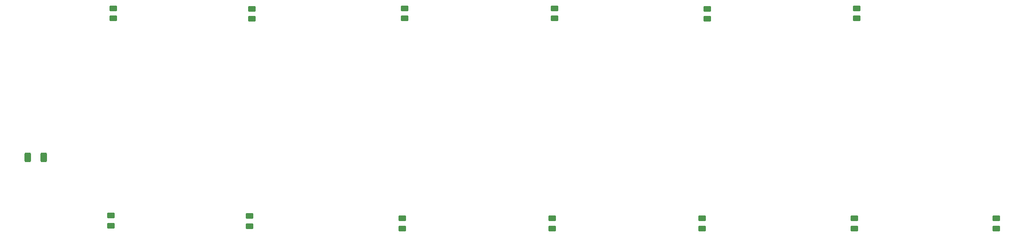
<source format=gbr>
%TF.GenerationSoftware,KiCad,Pcbnew,8.0.4*%
%TF.CreationDate,2024-09-08T23:33:26-07:00*%
%TF.ProjectId,FakePack,46616b65-5061-4636-9b2e-6b696361645f,rev?*%
%TF.SameCoordinates,Original*%
%TF.FileFunction,Paste,Top*%
%TF.FilePolarity,Positive*%
%FSLAX46Y46*%
G04 Gerber Fmt 4.6, Leading zero omitted, Abs format (unit mm)*
G04 Created by KiCad (PCBNEW 8.0.4) date 2024-09-08 23:33:26*
%MOMM*%
%LPD*%
G01*
G04 APERTURE LIST*
G04 Aperture macros list*
%AMRoundRect*
0 Rectangle with rounded corners*
0 $1 Rounding radius*
0 $2 $3 $4 $5 $6 $7 $8 $9 X,Y pos of 4 corners*
0 Add a 4 corners polygon primitive as box body*
4,1,4,$2,$3,$4,$5,$6,$7,$8,$9,$2,$3,0*
0 Add four circle primitives for the rounded corners*
1,1,$1+$1,$2,$3*
1,1,$1+$1,$4,$5*
1,1,$1+$1,$6,$7*
1,1,$1+$1,$8,$9*
0 Add four rect primitives between the rounded corners*
20,1,$1+$1,$2,$3,$4,$5,0*
20,1,$1+$1,$4,$5,$6,$7,0*
20,1,$1+$1,$6,$7,$8,$9,0*
20,1,$1+$1,$8,$9,$2,$3,0*%
G04 Aperture macros list end*
%ADD10RoundRect,0.250000X0.450000X-0.262500X0.450000X0.262500X-0.450000X0.262500X-0.450000X-0.262500X0*%
%ADD11RoundRect,0.250000X-0.312500X-0.625000X0.312500X-0.625000X0.312500X0.625000X-0.312500X0.625000X0*%
G04 APERTURE END LIST*
D10*
%TO.C,R17*%
X118570000Y-69825000D03*
X118570000Y-68000000D03*
%TD*%
%TO.C,R15*%
X64070000Y-69412500D03*
X64070000Y-67587500D03*
%TD*%
D11*
%TO.C,R13*%
X24075000Y-57000000D03*
X27000000Y-57000000D03*
%TD*%
D10*
%TO.C,R21*%
X173500000Y-31825000D03*
X173500000Y-30000000D03*
%TD*%
%TO.C,R14*%
X39070000Y-69325000D03*
X39070000Y-67500000D03*
%TD*%
%TO.C,R19*%
X173070000Y-69825000D03*
X173070000Y-68000000D03*
%TD*%
%TO.C,R18*%
X145570000Y-69825000D03*
X145570000Y-68000000D03*
%TD*%
%TO.C,R25*%
X64500000Y-31912500D03*
X64500000Y-30087500D03*
%TD*%
%TO.C,R23*%
X119000000Y-31825000D03*
X119000000Y-30000000D03*
%TD*%
%TO.C,R20*%
X198570000Y-69825000D03*
X198570000Y-68000000D03*
%TD*%
%TO.C,R22*%
X146500000Y-31912500D03*
X146500000Y-30087500D03*
%TD*%
%TO.C,R24*%
X92000000Y-31825000D03*
X92000000Y-30000000D03*
%TD*%
%TO.C,R16*%
X91570000Y-69825000D03*
X91570000Y-68000000D03*
%TD*%
%TO.C,R26*%
X39500000Y-31825000D03*
X39500000Y-30000000D03*
%TD*%
M02*

</source>
